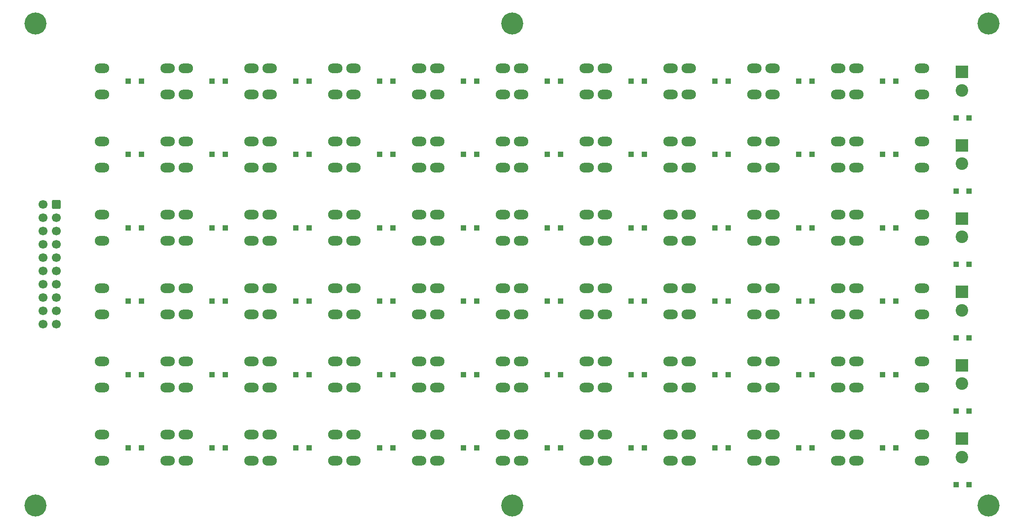
<source format=gbs>
%TF.GenerationSoftware,KiCad,Pcbnew,6.0.0-rc2-1.20211220git160328a.fc35*%
%TF.CreationDate,2022-01-02T14:26:25+00:00*%
%TF.ProjectId,Keypad_6x11,4b657970-6164-45f3-9678-31312e6b6963,rev?*%
%TF.SameCoordinates,Original*%
%TF.FileFunction,Soldermask,Bot*%
%TF.FilePolarity,Negative*%
%FSLAX46Y46*%
G04 Gerber Fmt 4.6, Leading zero omitted, Abs format (unit mm)*
G04 Created by KiCad (PCBNEW 6.0.0-rc2-1.20211220git160328a.fc35) date 2022-01-02 14:26:25*
%MOMM*%
%LPD*%
G01*
G04 APERTURE LIST*
G04 Aperture macros list*
%AMRoundRect*
0 Rectangle with rounded corners*
0 $1 Rounding radius*
0 $2 $3 $4 $5 $6 $7 $8 $9 X,Y pos of 4 corners*
0 Add a 4 corners polygon primitive as box body*
4,1,4,$2,$3,$4,$5,$6,$7,$8,$9,$2,$3,0*
0 Add four circle primitives for the rounded corners*
1,1,$1+$1,$2,$3*
1,1,$1+$1,$4,$5*
1,1,$1+$1,$6,$7*
1,1,$1+$1,$8,$9*
0 Add four rect primitives between the rounded corners*
20,1,$1+$1,$2,$3,$4,$5,0*
20,1,$1+$1,$4,$5,$6,$7,0*
20,1,$1+$1,$6,$7,$8,$9,0*
20,1,$1+$1,$8,$9,$2,$3,0*%
G04 Aperture macros list end*
%ADD10RoundRect,0.250000X0.600000X0.600000X-0.600000X0.600000X-0.600000X-0.600000X0.600000X-0.600000X0*%
%ADD11C,1.700000*%
%ADD12R,1.000000X1.000000*%
%ADD13O,2.750000X1.850000*%
%ADD14C,4.201160*%
%ADD15R,2.400000X2.400000*%
%ADD16C,2.400000*%
G04 APERTURE END LIST*
D10*
X71000000Y-68570000D03*
D11*
X68460000Y-68570000D03*
X71000000Y-71110000D03*
X68460000Y-71110000D03*
X71000000Y-73650000D03*
X68460000Y-73650000D03*
X71000000Y-76190000D03*
X68460000Y-76190000D03*
X71000000Y-78730000D03*
X68460000Y-78730000D03*
X71000000Y-81270000D03*
X68460000Y-81270000D03*
X71000000Y-83810000D03*
X68460000Y-83810000D03*
X71000000Y-86350000D03*
X68460000Y-86350000D03*
X71000000Y-88890000D03*
X68460000Y-88890000D03*
X71000000Y-91430000D03*
X68460000Y-91430000D03*
D12*
X119250000Y-87000000D03*
X116750000Y-87000000D03*
X183250000Y-45000000D03*
X180750000Y-45000000D03*
X103250000Y-73000000D03*
X100750000Y-73000000D03*
X87250000Y-101000000D03*
X84750000Y-101000000D03*
X245250000Y-52000000D03*
X242750000Y-52000000D03*
X215250000Y-101000000D03*
X212750000Y-101000000D03*
X135250000Y-73000000D03*
X132750000Y-73000000D03*
X151250000Y-87000000D03*
X148750000Y-87000000D03*
X135250000Y-87000000D03*
X132750000Y-87000000D03*
X215250000Y-87000000D03*
X212750000Y-87000000D03*
X87250000Y-115000000D03*
X84750000Y-115000000D03*
X135250000Y-115000000D03*
X132750000Y-115000000D03*
X135250000Y-45000000D03*
X132750000Y-45000000D03*
X167250000Y-115000000D03*
X164750000Y-115000000D03*
X167250000Y-59000000D03*
X164750000Y-59000000D03*
X87250000Y-59000000D03*
X84750000Y-59000000D03*
X135250000Y-59000000D03*
X132750000Y-59000000D03*
X245250000Y-94000000D03*
X242750000Y-94000000D03*
X215250000Y-73000000D03*
X212750000Y-73000000D03*
X103250000Y-115000000D03*
X100750000Y-115000000D03*
X199250000Y-45000000D03*
X196750000Y-45000000D03*
X215250000Y-45000000D03*
X212750000Y-45000000D03*
X231250000Y-115000000D03*
X228750000Y-115000000D03*
X103250000Y-101000000D03*
X100750000Y-101000000D03*
X215250000Y-59000000D03*
X212750000Y-59000000D03*
X183250000Y-87000000D03*
X180750000Y-87000000D03*
X245250000Y-80000000D03*
X242750000Y-80000000D03*
X103250000Y-59000000D03*
X100750000Y-59000000D03*
X199250000Y-115000000D03*
X196750000Y-115000000D03*
X199250000Y-101000000D03*
X196750000Y-101000000D03*
X215250000Y-115000000D03*
X212750000Y-115000000D03*
X167250000Y-87000000D03*
X164750000Y-87000000D03*
X199250000Y-59000000D03*
X196750000Y-59000000D03*
X245250000Y-122000000D03*
X242750000Y-122000000D03*
X199250000Y-73000000D03*
X196750000Y-73000000D03*
X167250000Y-45000000D03*
X164750000Y-45000000D03*
X151250000Y-115000000D03*
X148750000Y-115000000D03*
X231250000Y-59000000D03*
X228750000Y-59000000D03*
X87250000Y-87000000D03*
X84750000Y-87000000D03*
X151250000Y-101000000D03*
X148750000Y-101000000D03*
X151250000Y-45000000D03*
X148750000Y-45000000D03*
X119250000Y-115000000D03*
X116750000Y-115000000D03*
X167250000Y-73000000D03*
X164750000Y-73000000D03*
X87250000Y-45000000D03*
X84750000Y-45000000D03*
X231250000Y-73000000D03*
X228750000Y-73000000D03*
X167250000Y-101000000D03*
X164750000Y-101000000D03*
X199250000Y-87000000D03*
X196750000Y-87000000D03*
X231250000Y-101000000D03*
X228750000Y-101000000D03*
X119250000Y-59000000D03*
X116750000Y-59000000D03*
X231250000Y-45000000D03*
X228750000Y-45000000D03*
X103250000Y-45000000D03*
X100750000Y-45000000D03*
X231250000Y-87000000D03*
X228750000Y-87000000D03*
X119250000Y-101000000D03*
X116750000Y-101000000D03*
X135250000Y-101000000D03*
X132750000Y-101000000D03*
X245250000Y-66000000D03*
X242750000Y-66000000D03*
X87250000Y-73000000D03*
X84750000Y-73000000D03*
X151250000Y-59000000D03*
X148750000Y-59000000D03*
X183250000Y-115000000D03*
X180750000Y-115000000D03*
X119250000Y-45000000D03*
X116750000Y-45000000D03*
X245250000Y-108000000D03*
X242750000Y-108000000D03*
X183250000Y-59000000D03*
X180750000Y-59000000D03*
X183250000Y-73000000D03*
X180750000Y-73000000D03*
X103250000Y-87000000D03*
X100750000Y-87000000D03*
X151250000Y-73000000D03*
X148750000Y-73000000D03*
X183250000Y-101000000D03*
X180750000Y-101000000D03*
X119250000Y-73000000D03*
X116750000Y-73000000D03*
D13*
X156250000Y-70500000D03*
X143750000Y-70500000D03*
X143750000Y-75500000D03*
X156250000Y-75500000D03*
X188250000Y-56500000D03*
X175750000Y-56500000D03*
X188250000Y-61500000D03*
X175750000Y-61500000D03*
X207750000Y-84500000D03*
X220250000Y-84500000D03*
X207750000Y-89500000D03*
X220250000Y-89500000D03*
X95750000Y-42500000D03*
X108250000Y-42500000D03*
X108250000Y-47500000D03*
X95750000Y-47500000D03*
X191750000Y-98500000D03*
X204250000Y-98500000D03*
X204250000Y-103500000D03*
X191750000Y-103500000D03*
X111750000Y-98500000D03*
X124250000Y-98500000D03*
X124250000Y-103500000D03*
X111750000Y-103500000D03*
X159750000Y-84500000D03*
X172250000Y-84500000D03*
X159750000Y-89500000D03*
X172250000Y-89500000D03*
X95750000Y-70500000D03*
X108250000Y-70500000D03*
X108250000Y-75500000D03*
X95750000Y-75500000D03*
X95750000Y-98500000D03*
X108250000Y-98500000D03*
X108250000Y-103500000D03*
X95750000Y-103500000D03*
X127750000Y-56500000D03*
X140250000Y-56500000D03*
X127750000Y-61500000D03*
X140250000Y-61500000D03*
X188250000Y-98500000D03*
X175750000Y-98500000D03*
X175750000Y-103500000D03*
X188250000Y-103500000D03*
X143750000Y-98500000D03*
X156250000Y-98500000D03*
X143750000Y-103500000D03*
X156250000Y-103500000D03*
X172250000Y-112500000D03*
X159750000Y-112500000D03*
X159750000Y-117500000D03*
X172250000Y-117500000D03*
X172250000Y-42500000D03*
X159750000Y-42500000D03*
X172250000Y-47500000D03*
X159750000Y-47500000D03*
X92250000Y-56500000D03*
X79750000Y-56500000D03*
X79750000Y-61500000D03*
X92250000Y-61500000D03*
X223750000Y-42500000D03*
X236250000Y-42500000D03*
X223750000Y-47500000D03*
X236250000Y-47500000D03*
X124250000Y-42500000D03*
X111750000Y-42500000D03*
X111750000Y-47500000D03*
X124250000Y-47500000D03*
D14*
X67000000Y-34000000D03*
D13*
X236250000Y-112500000D03*
X223750000Y-112500000D03*
X223750000Y-117500000D03*
X236250000Y-117500000D03*
X140250000Y-42500000D03*
X127750000Y-42500000D03*
X127750000Y-47500000D03*
X140250000Y-47500000D03*
X79750000Y-98500000D03*
X92250000Y-98500000D03*
X79750000Y-103500000D03*
X92250000Y-103500000D03*
X156250000Y-84500000D03*
X143750000Y-84500000D03*
X156250000Y-89500000D03*
X143750000Y-89500000D03*
D14*
X249000000Y-126000000D03*
X158000000Y-126000000D03*
D13*
X236250000Y-56500000D03*
X223750000Y-56500000D03*
X236250000Y-61500000D03*
X223750000Y-61500000D03*
X191750000Y-70500000D03*
X204250000Y-70500000D03*
X191750000Y-75500000D03*
X204250000Y-75500000D03*
X79750000Y-112500000D03*
X92250000Y-112500000D03*
X92250000Y-117500000D03*
X79750000Y-117500000D03*
X191750000Y-112500000D03*
X204250000Y-112500000D03*
X191750000Y-117500000D03*
X204250000Y-117500000D03*
X108250000Y-84500000D03*
X95750000Y-84500000D03*
X108250000Y-89500000D03*
X95750000Y-89500000D03*
X191750000Y-42500000D03*
X204250000Y-42500000D03*
X191750000Y-47500000D03*
X204250000Y-47500000D03*
X79750000Y-84500000D03*
X92250000Y-84500000D03*
X92250000Y-89500000D03*
X79750000Y-89500000D03*
X111750000Y-70500000D03*
X124250000Y-70500000D03*
X111750000Y-75500000D03*
X124250000Y-75500000D03*
X207750000Y-98500000D03*
X220250000Y-98500000D03*
X207750000Y-103500000D03*
X220250000Y-103500000D03*
X188250000Y-42500000D03*
X175750000Y-42500000D03*
X188250000Y-47500000D03*
X175750000Y-47500000D03*
X188250000Y-70500000D03*
X175750000Y-70500000D03*
X188250000Y-75500000D03*
X175750000Y-75500000D03*
X220250000Y-112500000D03*
X207750000Y-112500000D03*
X207750000Y-117500000D03*
X220250000Y-117500000D03*
D14*
X67000000Y-126000000D03*
D13*
X124250000Y-112500000D03*
X111750000Y-112500000D03*
X111750000Y-117500000D03*
X124250000Y-117500000D03*
X204250000Y-56500000D03*
X191750000Y-56500000D03*
X204250000Y-61500000D03*
X191750000Y-61500000D03*
X156250000Y-56500000D03*
X143750000Y-56500000D03*
X143750000Y-61500000D03*
X156250000Y-61500000D03*
X207750000Y-70500000D03*
X220250000Y-70500000D03*
X207750000Y-75500000D03*
X220250000Y-75500000D03*
X79750000Y-42500000D03*
X92250000Y-42500000D03*
X79750000Y-47500000D03*
X92250000Y-47500000D03*
X140250000Y-112500000D03*
X127750000Y-112500000D03*
X140250000Y-117500000D03*
X127750000Y-117500000D03*
X124250000Y-84500000D03*
X111750000Y-84500000D03*
X111750000Y-89500000D03*
X124250000Y-89500000D03*
X223750000Y-70500000D03*
X236250000Y-70500000D03*
X236250000Y-75500000D03*
X223750000Y-75500000D03*
X172250000Y-56500000D03*
X159750000Y-56500000D03*
X172250000Y-61500000D03*
X159750000Y-61500000D03*
X79750000Y-70500000D03*
X92250000Y-70500000D03*
X79750000Y-75500000D03*
X92250000Y-75500000D03*
X143750000Y-42500000D03*
X156250000Y-42500000D03*
X143750000Y-47500000D03*
X156250000Y-47500000D03*
X175750000Y-84500000D03*
X188250000Y-84500000D03*
X188250000Y-89500000D03*
X175750000Y-89500000D03*
X140250000Y-70500000D03*
X127750000Y-70500000D03*
X127750000Y-75500000D03*
X140250000Y-75500000D03*
D14*
X158000000Y-34000000D03*
D13*
X172250000Y-98500000D03*
X159750000Y-98500000D03*
X159750000Y-103500000D03*
X172250000Y-103500000D03*
X140250000Y-98500000D03*
X127750000Y-98500000D03*
X140250000Y-103500000D03*
X127750000Y-103500000D03*
D14*
X249000000Y-34000000D03*
D13*
X95750000Y-112500000D03*
X108250000Y-112500000D03*
X108250000Y-117500000D03*
X95750000Y-117500000D03*
X156250000Y-112500000D03*
X143750000Y-112500000D03*
X143750000Y-117500000D03*
X156250000Y-117500000D03*
X95750000Y-56500000D03*
X108250000Y-56500000D03*
X95750000Y-61500000D03*
X108250000Y-61500000D03*
X124250000Y-56500000D03*
X111750000Y-56500000D03*
X111750000Y-61500000D03*
X124250000Y-61500000D03*
X220250000Y-42500000D03*
X207750000Y-42500000D03*
X207750000Y-47500000D03*
X220250000Y-47500000D03*
X159750000Y-70500000D03*
X172250000Y-70500000D03*
X159750000Y-75500000D03*
X172250000Y-75500000D03*
X191750000Y-84500000D03*
X204250000Y-84500000D03*
X191750000Y-89500000D03*
X204250000Y-89500000D03*
X140250000Y-84500000D03*
X127750000Y-84500000D03*
X140250000Y-89500000D03*
X127750000Y-89500000D03*
X175750000Y-112500000D03*
X188250000Y-112500000D03*
X188250000Y-117500000D03*
X175750000Y-117500000D03*
X207750000Y-56500000D03*
X220250000Y-56500000D03*
X207750000Y-61500000D03*
X220250000Y-61500000D03*
X223750000Y-98500000D03*
X236250000Y-98500000D03*
X223750000Y-103500000D03*
X236250000Y-103500000D03*
X236250000Y-84500000D03*
X223750000Y-84500000D03*
X223750000Y-89500000D03*
X236250000Y-89500000D03*
D15*
X243900000Y-43250000D03*
D16*
X243900000Y-46750000D03*
D15*
X243900000Y-57250000D03*
D16*
X243900000Y-60750000D03*
D15*
X243900000Y-113250000D03*
D16*
X243900000Y-116750000D03*
D15*
X243900000Y-99250000D03*
D16*
X243900000Y-102750000D03*
D15*
X243900000Y-71250000D03*
D16*
X243900000Y-74750000D03*
D15*
X243900000Y-85250000D03*
D16*
X243900000Y-88750000D03*
M02*

</source>
